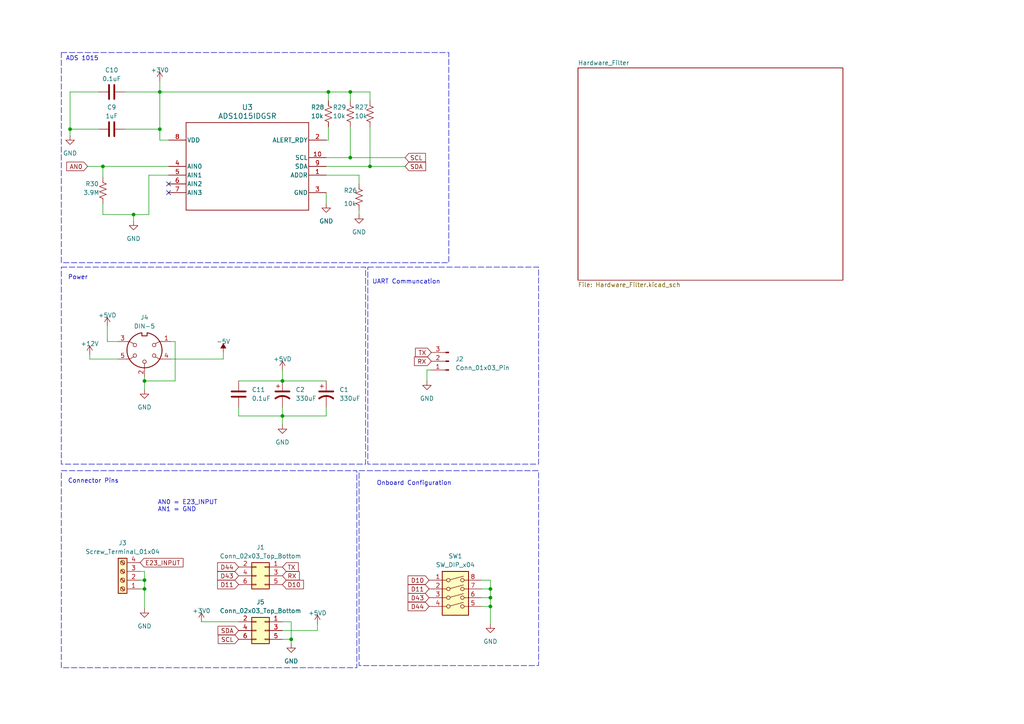
<source format=kicad_sch>
(kicad_sch (version 20231120) (generator "eeschema") (generator_version "8.0")
  (paper "A4")
  (title_block (title "Monitoring System (Bottom Board)") (date "2024-02-24") (rev "C1.04") (company "Secured Solutions Group"))
  (lib_symbols
    (symbol "Connector:Conn_01x03_Pin" (pin_names (offset 1.016) hide)
      (property "Reference" "J" (at 0 5.08 0))
      (property "Value" "Conn_01x03_Pin" (at 0 -5.08 0))
      (symbol "Conn_01x03_Pin_1_1"
        (polyline (pts (xy 1.27 -2.54) (xy 0.8636 -2.54)) (stroke (width 0.1524)))
        (polyline (pts (xy 1.27 0) (xy 0.8636 0)) (stroke (width 0.1524)))
        (polyline (pts (xy 1.27 2.54) (xy 0.8636 2.54)) (stroke (width 0.1524)))
        (rectangle (start 0.8636 -2.413) (end 0 -2.667) (stroke (width 0.1524)) (fill (type outline)))
        (rectangle (start 0.8636 0.127) (end 0 -0.127) (stroke (width 0.1524)) (fill (type outline)))
        (rectangle (start 0.8636 2.667) (end 0 2.413) (stroke (width 0.1524)) (fill (type outline)))
        (pin passive line (at 5.08 2.54 180) (length 3.81) (name "Pin_1") (number "1"))
        (pin passive line (at 5.08 0 180) (length 3.81) (name "Pin_2") (number "2"))
        (pin passive line (at 5.08 -2.54 180) (length 3.81) (name "Pin_3") (number "3"))
      )
    )
    (symbol "Connector:DIN-5" (pin_names (offset 1.016))
      (property "Reference" "J5" (at -0.0001 9.525 0))
      (property "Value" "DIN-5" (at -0.0001 6.985 0))
      (symbol "DIN-5_0_1"
        (arc (start -5.08 0) (mid -3.8609 -3.3364) (end -0.762 -5.08) (stroke (width 0.254)))
        (circle (center -2.794 -1.524) (radius 0.508))
        (circle (center -2.794 1.524) (radius 0.508))
        (polyline (pts (xy 0 5.08) (xy 0 3.81)))
        (polyline (pts (xy -5.08 -2.54) (xy -4.318 -2.54) (xy -3.175 -1.905)))
        (polyline (pts (xy -5.08 2.54) (xy -4.318 2.54) (xy -3.175 1.905)))
        (polyline (pts (xy 5.08 -2.54) (xy 4.318 -2.54) (xy 3.175 -1.905)))
        (polyline (pts (xy 5.08 2.54) (xy 4.318 2.54) (xy 3.175 1.905)))
        (polyline (pts (xy -0.762 -4.953) (xy -0.762 -4.191) (xy 0.762 -4.191) (xy 0.762 -4.953)) (stroke (width 0.254)))
        (circle (center 0 3.302) (radius 0.508))
        (arc (start 0.762 -5.08) (mid 3.8685 -3.343) (end 5.08 0) (stroke (width 0.254)))
        (circle (center 2.794 -1.524) (radius 0.508))
        (circle (center 2.794 1.524) (radius 0.508))
        (arc (start 5.08 0) (mid 0 5.0579) (end -5.08 0) (stroke (width 0.254)))
      )
      (symbol "DIN-5_1_1"
        (pin passive line (at -7.62 -2.54 0) (length 2.54) (name "~") (number "1"))
        (pin passive line (at 0 7.62 270) (length 2.54) (name "~") (number "2"))
        (pin passive line (at 7.62 -2.54 180) (length 2.54) (name "~") (number "3"))
        (pin passive line (at -7.62 2.54 0) (length 2.54) (name "~") (number "4"))
        (pin passive line (at 7.62 2.54 180) (length 2.54) (name "~") (number "5"))
      )
    )
    (symbol "Connector:Screw_Terminal_01x04" (pin_names (offset 1.016) hide)
      (property "Reference" "J" (at 0 5.08 0))
      (property "Value" "Screw_Terminal_01x04" (at 0 -7.62 0))
      (symbol "Screw_Terminal_01x04_1_1"
        (rectangle (start -1.27 3.81) (end 1.27 -6.35) (stroke (width 0.254)) (fill (type background)))
        (circle (center 0 -5.08) (radius 0.635) (stroke (width 0.1524)))
        (circle (center 0 -2.54) (radius 0.635) (stroke (width 0.1524)))
        (polyline (pts (xy -0.5334 -4.7498) (xy 0.3302 -5.588)) (stroke (width 0.1524)))
        (polyline (pts (xy -0.5334 -2.2098) (xy 0.3302 -3.048)) (stroke (width 0.1524)))
        (polyline (pts (xy -0.5334 0.3302) (xy 0.3302 -0.508)) (stroke (width 0.1524)))
        (polyline (pts (xy -0.5334 2.8702) (xy 0.3302 2.032)) (stroke (width 0.1524)))
        (polyline (pts (xy -0.3556 -4.572) (xy 0.508 -5.4102)) (stroke (width 0.1524)))
        (polyline (pts (xy -0.3556 -2.032) (xy 0.508 -2.8702)) (stroke (width 0.1524)))
        (polyline (pts (xy -0.3556 0.508) (xy 0.508 -0.3302)) (stroke (width 0.1524)))
        (polyline (pts (xy -0.3556 3.048) (xy 0.508 2.2098)) (stroke (width 0.1524)))
        (circle (center 0 0) (radius 0.635) (stroke (width 0.1524)))
        (circle (center 0 2.54) (radius 0.635) (stroke (width 0.1524)))
        (pin passive line (at -5.08 2.54 0) (length 3.81) (name "Pin_1") (number "1"))
        (pin passive line (at -5.08 0 0) (length 3.81) (name "Pin_2") (number "2"))
        (pin passive line (at -5.08 -2.54 0) (length 3.81) (name "Pin_3") (number "3"))
        (pin passive line (at -5.08 -5.08 0) (length 3.81) (name "Pin_4") (number "4"))
      )
    )
    (symbol "Connector_Generic:Conn_02x03_Odd_Even" (pin_names (offset 1.016) hide)
      (property "Reference" "J" (at 1.27 5.08 0))
      (property "Value" "Conn_02x03_Odd_Even" (at 1.27 -5.08 0))
      (symbol "Conn_02x03_Odd_Even_1_1"
        (rectangle (start -1.27 -2.413) (end 0 -2.667) (stroke (width 0.1524)))
        (rectangle (start -1.27 0.127) (end 0 -0.127) (stroke (width 0.1524)))
        (rectangle (start -1.27 2.667) (end 0 2.413) (stroke (width 0.1524)))
        (rectangle (start -1.27 3.81) (end 3.81 -3.81) (stroke (width 0.254)) (fill (type background)))
        (rectangle (start 3.81 -2.413) (end 2.54 -2.667) (stroke (width 0.1524)))
        (rectangle (start 3.81 0.127) (end 2.54 -0.127) (stroke (width 0.1524)))
        (rectangle (start 3.81 2.667) (end 2.54 2.413) (stroke (width 0.1524)))
        (pin passive line (at -5.08 2.54 0) (length 3.81) (name "Pin_1") (number "1"))
        (pin passive line (at 7.62 2.54 180) (length 3.81) (name "Pin_2") (number "2"))
        (pin passive line (at -5.08 0 0) (length 3.81) (name "Pin_3") (number "3"))
        (pin passive line (at 7.62 0 180) (length 3.81) (name "Pin_4") (number "4"))
        (pin passive line (at -5.08 -2.54 0) (length 3.81) (name "Pin_5") (number "5"))
        (pin passive line (at 7.62 -2.54 180) (length 3.81) (name "Pin_6") (number "6"))
      )
    )
    (symbol "Device:C" (pin_numbers hide) (pin_names (offset 0.254))
      (property "Reference" "C" (at 0.635 2.54 0))
      (property "Value" "C" (at 0.635 -2.54 0))
      (symbol "C_0_1"
        (polyline (pts (xy -2.032 -0.762) (xy 2.032 -0.762)) (stroke (width 0.508)))
        (polyline (pts (xy -2.032 0.762) (xy 2.032 0.762)) (stroke (width 0.508)))
      )
      (symbol "C_1_1"
        (pin passive line (at 0 3.81 270) (length 2.794) (name "~") (number "1"))
        (pin passive line (at 0 -3.81 90) (length 2.794) (name "~") (number "2"))
      )
    )
    (symbol "Device:C_Polarized_US" (pin_numbers hide) (pin_names (offset 0.254) hide)
      (property "Reference" "C" (at 0.635 2.54 0))
      (property "Value" "C_Polarized_US" (at 0.635 -2.54 0))
      (symbol "C_Polarized_US_0_1"
        (polyline (pts (xy -2.032 0.762) (xy 2.032 0.762)) (stroke (width 0.508)))
        (polyline (pts (xy -1.778 2.286) (xy -0.762 2.286)))
        (polyline (pts (xy -1.27 1.778) (xy -1.27 2.794)))
        (arc (start 2.032 -1.27) (mid 0 -0.5572) (end -2.032 -1.27) (stroke (width 0.508)))
      )
      (symbol "C_Polarized_US_1_1"
        (pin passive line (at 0 3.81 270) (length 2.794) (name "~") (number "1"))
        (pin passive line (at 0 -3.81 90) (length 3.302) (name "~") (number "2"))
      )
    )
    (symbol "Device:R_US" (pin_numbers hide) (pin_names (offset 0))
      (property "Reference" "R" (at 2.54 0 90))
      (property "Value" "R_US" (at -2.54 0 90))
      (symbol "R_US_0_1"
        (polyline (pts (xy 0 -2.286) (xy 0 -2.54)))
        (polyline (pts (xy 0 2.286) (xy 0 2.54)))
        (polyline (pts (xy 0 -0.762) (xy 1.016 -1.143) (xy 0 -1.524) (xy -1.016 -1.905) (xy 0 -2.286)))
        (polyline (pts (xy 0 0.762) (xy 1.016 0.381) (xy 0 0) (xy -1.016 -0.381) (xy 0 -0.762)))
        (polyline (pts (xy 0 2.286) (xy 1.016 1.905) (xy 0 1.524) (xy -1.016 1.143) (xy 0 0.762)))
      )
      (symbol "R_US_1_1"
        (pin passive line (at 0 3.81 270) (length 1.27) (name "~") (number "1"))
        (pin passive line (at 0 -3.81 90) (length 1.27) (name "~") (number "2"))
      )
    )
    (symbol "Switch:SW_DIP_x04" (pin_names (offset 0) hide)
      (property "Reference" "SW" (at 0 8.89 0))
      (property "Value" "SW_DIP_x04" (at 0 -6.35 0))
      (symbol "SW_DIP_x04_0_0"
        (circle (center -2.032 -2.54) (radius 0.508))
        (circle (center -2.032 0) (radius 0.508))
        (circle (center -2.032 2.54) (radius 0.508))
        (circle (center -2.032 5.08) (radius 0.508))
        (polyline (pts (xy -1.524 -2.3876) (xy 2.3622 -1.3462)))
        (polyline (pts (xy -1.524 0.127) (xy 2.3622 1.1684)))
        (polyline (pts (xy -1.524 2.667) (xy 2.3622 3.7084)))
        (polyline (pts (xy -1.524 5.207) (xy 2.3622 6.2484)))
        (circle (center 2.032 -2.54) (radius 0.508))
        (circle (center 2.032 0) (radius 0.508))
        (circle (center 2.032 2.54) (radius 0.508))
        (circle (center 2.032 5.08) (radius 0.508))
      )
      (symbol "SW_DIP_x04_0_1"
        (rectangle (start -3.81 7.62) (end 3.81 -5.08) (stroke (width 0.254)) (fill (type background)))
      )
      (symbol "SW_DIP_x04_1_1"
        (pin passive line (at -7.62 5.08 0) (length 5.08) (name "~") (number "1"))
        (pin passive line (at -7.62 2.54 0) (length 5.08) (name "~") (number "2"))
        (pin passive line (at -7.62 0 0) (length 5.08) (name "~") (number "3"))
        (pin passive line (at -7.62 -2.54 0) (length 5.08) (name "~") (number "4"))
        (pin passive line (at 7.62 -2.54 180) (length 5.08) (name "~") (number "5"))
        (pin passive line (at 7.62 0 180) (length 5.08) (name "~") (number "6"))
        (pin passive line (at 7.62 2.54 180) (length 5.08) (name "~") (number "7"))
        (pin passive line (at 7.62 5.08 180) (length 5.08) (name "~") (number "8"))
      )
    )
    (symbol "ads1015:ADS1015IDGSR" (pin_names (offset 0.254))
      (property "Reference" "U" (at 0 2.54 0))
      (property "Value" "ADS1015IDGSR" (at 0 0 0))
      (symbol "ADS1015IDGSR_0_1"
        (polyline (pts (xy -17.78 -12.7) (xy 17.78 -12.7)) (stroke (width 0.2032)))
        (polyline (pts (xy -17.78 12.7) (xy -17.78 -12.7)) (stroke (width 0.2032)))
        (polyline (pts (xy 17.78 -12.7) (xy 17.78 12.7)) (stroke (width 0.2032)))
        (polyline (pts (xy 17.78 12.7) (xy -17.78 12.7)) (stroke (width 0.2032)))
        (pin input line (at 22.86 -2.54 180) (length 5.08) (name "ADDR") (number "1"))
        (pin input line (at 22.86 2.54 180) (length 5.08) (name "SCL") (number "10"))
        (pin output line (at 22.86 7.62 180) (length 5.08) (name "ALERT_RDY") (number "2"))
        (pin power_in line (at 22.86 -7.62 180) (length 5.08) (name "GND") (number "3"))
        (pin input line (at -22.86 0 0) (length 5.08) (name "AIN0") (number "4"))
        (pin input line (at -22.86 -2.54 0) (length 5.08) (name "AIN1") (number "5"))
        (pin input line (at -22.86 -5.08 0) (length 5.08) (name "AIN2") (number "6"))
        (pin input line (at -22.86 -7.62 0) (length 5.08) (name "AIN3") (number "7"))
        (pin power_in line (at -22.86 7.62 0) (length 5.08) (name "VDD") (number "8"))
        (pin bidirectional line (at 22.86 0 180) (length 5.08) (name "SDA") (number "9"))
      )
    )
    (symbol "power:+12V" (power) (pin_names (offset 0))
      (property "Value" "+12V" (at 0 3.556 0))
      (symbol "+12V_0_1"
        (polyline (pts (xy -0.762 1.27) (xy 0 2.54)))
        (polyline (pts (xy 0 0) (xy 0 2.54)))
        (polyline (pts (xy 0 2.54) (xy 0.762 1.27)))
      )
      (symbol "+12V_1_1"
        (pin power_in line (at 0 0 90) (length 0) hide (name "+12V") (number "1"))
      )
    )
    (symbol "power:+3V0" (power) (pin_names (offset 0))
      (property "Value" "+3V0" (at 0 3.556 0))
      (symbol "+3V0_0_1"
        (polyline (pts (xy -0.762 1.27) (xy 0 2.54)))
        (polyline (pts (xy 0 0) (xy 0 2.54)))
        (polyline (pts (xy 0 2.54) (xy 0.762 1.27)))
      )
      (symbol "+3V0_1_1"
        (pin power_in line (at 0 0 90) (length 0) hide (name "+3V0") (number "1"))
      )
    )
    (symbol "power:+5VD" (power) (pin_names (offset 0))
      (property "Value" "+5VD" (at 0 3.556 0))
      (symbol "+5VD_0_1"
        (polyline (pts (xy -0.762 1.27) (xy 0 2.54)))
        (polyline (pts (xy 0 0) (xy 0 2.54)))
        (polyline (pts (xy 0 2.54) (xy 0.762 1.27)))
      )
      (symbol "+5VD_1_1"
        (pin power_in line (at 0 0 90) (length 0) hide (name "+5VD") (number "1"))
      )
    )
    (symbol "power:-5V" (power) (pin_names (offset 0))
      (property "Value" "-5V" (at 0 3.81 0))
      (symbol "-5V_0_0"
        (pin power_in line (at 0 0 90) (length 0) hide (name "-5V") (number "1"))
      )
      (symbol "-5V_0_1"
        (polyline (pts (xy 0 0) (xy 0 1.27) (xy 0.762 1.27) (xy 0 2.54) (xy -0.762 1.27) (xy 0 1.27)) (fill (type outline)))
      )
    )
    (symbol "power:GND" (power) (pin_names (offset 0))
      (property "Value" "GND" (at 0 -3.81 0))
      (symbol "GND_0_1"
        (polyline (pts (xy 0 0) (xy 0 -1.27) (xy 1.27 -1.27) (xy 0 -2.54) (xy -1.27 -1.27) (xy 0 -1.27)))
      )
      (symbol "GND_1_1"
        (pin power_in line (at 0 0 270) (length 0) hide (name "GND") (number "1"))
      )
    )
  )
  (junction (at 81.915 120.65))
  (junction (at 95.25 26.67))
  (junction (at 41.91 110.49))
  (junction (at 41.91 168.275))
  (junction (at 142.24 173.355))
  (junction (at 142.24 170.815))
  (junction (at 20.32 37.465))
  (junction (at 38.735 62.23))
  (junction (at 101.6 26.67))
  (junction (at 142.24 175.895))
  (junction (at 84.455 185.42))
  (junction (at 29.845 48.26))
  (junction (at 41.91 170.815))
  (junction (at 46.355 26.67))
  (junction (at 101.6 45.72))
  (junction (at 107.315 48.26))
  (junction (at 81.915 110.49))
  (junction (at 46.355 37.465))
  (no_connect (at 48.895 53.34))
  (no_connect (at 48.895 55.88))
  (wire (pts (xy 41.91 170.815) (xy 41.91 176.53)))
  (wire (pts (xy 29.845 62.23) (xy 38.735 62.23)))
  (wire (pts (xy 94.615 45.72) (xy 101.6 45.72)))
  (wire (pts (xy 41.91 113.03) (xy 41.91 110.49)))
  (wire (pts (xy 49.53 99.06) (xy 50.8 99.06)))
  (wire (pts (xy 95.25 36.83) (xy 95.25 40.64)))
  (wire (pts (xy 31.115 99.06) (xy 34.29 99.06)))
  (wire (pts (xy 43.18 50.8) (xy 43.18 62.23)))
  (wire (pts (xy 69.215 120.65) (xy 81.915 120.65)))
  (wire (pts (xy 20.32 26.67) (xy 20.32 37.465)))
  (wire (pts (xy 142.24 168.275) (xy 139.7 168.275)))
  (wire (pts (xy 69.215 110.49) (xy 81.915 110.49)))
  (wire (pts (xy 95.25 26.67) (xy 101.6 26.67)))
  (wire (pts (xy 107.315 36.83) (xy 107.315 48.26)))
  (wire (pts (xy 41.91 168.275) (xy 40.64 168.275)))
  (wire (pts (xy 26.035 104.14) (xy 34.29 104.14)))
  (wire (pts (xy 84.455 180.34) (xy 84.455 185.42)))
  (wire (pts (xy 142.24 170.815) (xy 142.24 168.275)))
  (wire (pts (xy 81.915 123.19) (xy 81.915 120.65)))
  (wire (pts (xy 84.455 185.42) (xy 81.915 185.42)))
  (wire (pts (xy 46.355 26.67) (xy 46.355 37.465)))
  (wire (pts (xy 46.355 37.465) (xy 46.355 40.64)))
  (wire (pts (xy 69.215 118.11) (xy 69.215 120.65)))
  (wire (pts (xy 40.64 165.735) (xy 41.91 165.735)))
  (wire (pts (xy 29.845 51.435) (xy 29.845 48.26)))
  (wire (pts (xy 38.735 62.23) (xy 38.735 64.135)))
  (wire (pts (xy 101.6 36.83) (xy 101.6 45.72)))
  (wire (pts (xy 139.7 173.355) (xy 142.24 173.355)))
  (wire (pts (xy 101.6 29.21) (xy 101.6 26.67)))
  (wire (pts (xy 29.845 48.26) (xy 48.895 48.26)))
  (wire (pts (xy 81.915 107.315) (xy 81.915 110.49)))
  (wire (pts (xy 64.77 102.235) (xy 64.77 104.14)))
  (wire (pts (xy 142.24 173.355) (xy 142.24 170.815)))
  (wire (pts (xy 104.14 62.23) (xy 104.14 60.96)))
  (wire (pts (xy 94.615 55.88) (xy 94.615 59.055)))
  (wire (pts (xy 142.24 175.895) (xy 142.24 173.355)))
  (wire (pts (xy 46.355 40.64) (xy 48.895 40.64)))
  (wire (pts (xy 58.42 180.34) (xy 69.215 180.34)))
  (wire (pts (xy 36.195 37.465) (xy 46.355 37.465)))
  (wire (pts (xy 41.91 165.735) (xy 41.91 168.275)))
  (wire (pts (xy 64.77 104.14) (xy 49.53 104.14)))
  (wire (pts (xy 104.14 50.8) (xy 104.14 53.34)))
  (wire (pts (xy 94.615 40.64) (xy 95.25 40.64)))
  (wire (pts (xy 94.615 120.65) (xy 81.915 120.65)))
  (wire (pts (xy 28.575 37.465) (xy 20.32 37.465)))
  (wire (pts (xy 139.7 170.815) (xy 142.24 170.815)))
  (wire (pts (xy 46.355 23.495) (xy 46.355 26.67)))
  (wire (pts (xy 50.8 110.49) (xy 41.91 110.49)))
  (wire (pts (xy 40.64 170.815) (xy 41.91 170.815)))
  (wire (pts (xy 26.035 102.87) (xy 26.035 104.14)))
  (wire (pts (xy 94.615 110.49) (xy 81.915 110.49)))
  (wire (pts (xy 94.615 48.26) (xy 107.315 48.26)))
  (wire (pts (xy 20.32 37.465) (xy 20.32 39.37)))
  (wire (pts (xy 36.195 26.67) (xy 46.355 26.67)))
  (wire (pts (xy 25.4 48.26) (xy 29.845 48.26)))
  (wire (pts (xy 46.355 26.67) (xy 95.25 26.67)))
  (wire (pts (xy 28.575 26.67) (xy 20.32 26.67)))
  (wire (pts (xy 142.24 180.975) (xy 142.24 175.895)))
  (wire (pts (xy 41.91 110.49) (xy 41.91 109.22)))
  (wire (pts (xy 81.915 182.88) (xy 92.075 182.88)))
  (wire (pts (xy 81.915 180.34) (xy 84.455 180.34)))
  (wire (pts (xy 41.91 170.815) (xy 41.91 168.275)))
  (wire (pts (xy 95.25 26.67) (xy 95.25 29.21)))
  (wire (pts (xy 31.115 94.615) (xy 31.115 99.06)))
  (wire (pts (xy 92.075 182.88) (xy 92.075 180.975)))
  (wire (pts (xy 123.825 107.315) (xy 125.095 107.315)))
  (wire (pts (xy 101.6 26.67) (xy 107.315 26.67)))
  (wire (pts (xy 50.8 99.06) (xy 50.8 110.49)))
  (wire (pts (xy 84.455 186.69) (xy 84.455 185.42)))
  (wire (pts (xy 101.6 45.72) (xy 117.475 45.72)))
  (wire (pts (xy 123.825 110.49) (xy 123.825 107.315)))
  (wire (pts (xy 94.615 118.11) (xy 94.615 120.65)))
  (wire (pts (xy 48.895 50.8) (xy 43.18 50.8)))
  (wire (pts (xy 81.915 120.65) (xy 81.915 118.11)))
  (wire (pts (xy 139.7 175.895) (xy 142.24 175.895)))
  (wire (pts (xy 94.615 50.8) (xy 104.14 50.8)))
  (wire (pts (xy 38.735 62.23) (xy 43.18 62.23)))
  (wire (pts (xy 107.315 48.26) (xy 117.475 48.26)))
  (wire (pts (xy 107.315 29.21) (xy 107.315 26.67)))
  (wire (pts (xy 29.845 59.055) (xy 29.845 62.23)))
  (rectangle (start 17.78 136.525) (end 103.505 193.675) (stroke (width 0) (type dash)))
  (rectangle (start 17.78 77.47) (end 106.045 134.62) (stroke (width 0) (type dash)))
  (rectangle (start 17.78 15.24) (end 130.175 76.2) (stroke (width 0) (type dash)))
  (rectangle (start 106.68 77.47) (end 156.21 134.62) (stroke (width 0) (type dash)))
  (rectangle (start 104.14 136.525) (end 156.21 193.04) (stroke (width 0) (type dash)))
  (text "Connector Pins" (at 19.685 140.335 0) (effects (font (size 1.27 1.27)) (justify left bottom)))
  (text "AN0 = E23_INPUT\nAN1 = GND" (at 45.72 148.59 0) (effects (font (size 1.27 1.27)) (justify left bottom)))
  (text "Power" (at 19.685 81.28 0) (effects (font (size 1.27 1.27)) (justify left bottom)))
  (text "Onboard Configuration" (at 109.22 140.97 0) (effects (font (size 1.27 1.27)) (justify left bottom)))
  (text "ADS 1015" (at 19.05 17.78 0) (effects (font (size 1.27 1.27)) (justify left bottom)))
  (text "UART Communcation" (at 107.95 82.55 0) (effects (font (size 1.27 1.27)) (justify left bottom)))
  (global_label "D11" (shape input) (at 69.215 169.545 180) (property "Intersheetrefs" "${INTERSHEET_REFS}" (effects (hide yes))))
  (global_label "SCL" (shape input) (at 69.215 185.42 180) (property "Intersheetrefs" "${INTERSHEET_REFS}" (effects (hide yes))))
  (global_label "SDA" (shape input) (at 117.475 48.26 0) (property "Intersheetrefs" "${INTERSHEET_REFS}" (effects (hide yes))))
  (global_label "D43" (shape input) (at 69.215 167.005 180) (property "Intersheetrefs" "${INTERSHEET_REFS}" (effects (hide yes))))
  (global_label "TX" (shape input) (at 125.095 102.235 180) (property "Intersheetrefs" "${INTERSHEET_REFS}" (effects (hide yes))))
  (global_label "E23_INPUT" (shape input) (at 40.64 163.195 0) (property "Intersheetrefs" "${INTERSHEET_REFS}" (effects (hide yes))))
  (global_label "SDA" (shape input) (at 69.215 182.88 180) (property "Intersheetrefs" "${INTERSHEET_REFS}" (effects (hide yes))))
  (global_label "RX" (shape input) (at 81.915 167.005 0) (property "Intersheetrefs" "${INTERSHEET_REFS}" (effects (hide yes))))
  (global_label "D10" (shape input) (at 124.46 168.275 180) (property "Intersheetrefs" "${INTERSHEET_REFS}" (effects (hide yes))))
  (global_label "D10" (shape input) (at 81.915 169.545 0) (property "Intersheetrefs" "${INTERSHEET_REFS}" (effects (hide yes))))
  (global_label "D44" (shape input) (at 124.46 175.895 180) (property "Intersheetrefs" "${INTERSHEET_REFS}" (effects (hide yes))))
  (global_label "D11" (shape input) (at 124.46 170.815 180) (property "Intersheetrefs" "${INTERSHEET_REFS}" (effects (hide yes))))
  (global_label "SCL" (shape input) (at 117.475 45.72 0) (property "Intersheetrefs" "${INTERSHEET_REFS}" (effects (hide yes))))
  (global_label "RX" (shape input) (at 125.095 104.775 180) (property "Intersheetrefs" "${INTERSHEET_REFS}" (effects (hide yes))))
  (global_label "AN0" (shape input) (at 25.4 48.26 180) (property "Intersheetrefs" "${INTERSHEET_REFS}" (effects (hide yes))))
  (global_label "D44" (shape input) (at 69.215 164.465 180) (property "Intersheetrefs" "${INTERSHEET_REFS}" (effects (hide yes))))
  (global_label "D43" (shape input) (at 124.46 173.355 180) (property "Intersheetrefs" "${INTERSHEET_REFS}" (effects (hide yes))))
  (global_label "TX" (shape input) (at 81.915 164.465 0) (property "Intersheetrefs" "${INTERSHEET_REFS}" (effects (hide yes))))
  (symbol (lib_id "Connector:Screw_Terminal_01x04") (at 35.56 168.275 180) (unit 1)
    (property "Reference" "J3" (at 35.56 157.48 0))
    (property "Value" "Screw_Terminal_01x04" (at 35.56 160.02 0))
    (property "Footprint" "bot_lib:Terminal_Strip_4_Pin" (effects (hide yes)))
  )
  (symbol (lib_id "Connector_Generic:Conn_02x03_Odd_Even") (at 76.835 182.88 0) (mirror y) (unit 1)
    (property "Reference" "J5" (at 75.565 174.625 0))
    (property "Value" "Conn_02x03_Top_Bottom" (at 75.565 177.165 0))
    (property "Footprint" "bot_lib:PinSocket_2x03_P2.54mm_Vertical" (effects (hide yes)))
  )
  (symbol (lib_id "Device:C_Polarized_US") (at 94.615 114.3 0) (unit 1)
    (property "Reference" "C1" (at 98.425 113.03 0) (effects (justify left)))
    (property "Value" "330uF" (at 98.425 115.57 0) (effects (justify left)))
    (property "Footprint" "Capacitor_THT:CP_Radial_D10.0mm_P5.00mm" (effects (hide yes)))
  )
  (symbol (lib_id "Device:R_US") (at 29.845 55.245 0) (unit 1)
    (property "Reference" "R30" (at 24.765 53.34 0) (effects (justify left)))
    (property "Value" "3.9M" (at 24.13 55.88 0) (effects (justify left)))
    (property "Footprint" "Resistor_SMD:R_0603_1608Metric" (effects (hide yes)))
  )
  (symbol (lib_id "power:GND") (at 104.14 62.23 0) (unit 1)
    (property "Reference" "#PWR015" (effects (hide yes)))
    (property "Value" "GND" (at 104.14 67.31 0))
  )
  (symbol (lib_id "power:GND") (at 38.735 64.135 0) (unit 1)
    (property "Reference" "#PWR04" (effects (hide yes)))
    (property "Value" "GND" (at 38.735 69.215 0))
  )
  (symbol (lib_id "Device:C") (at 32.385 37.465 90) (unit 1)
    (property "Reference" "C9" (at 32.385 31.115 90))
    (property "Value" "1uF" (at 32.385 33.655 90))
    (property "Footprint" "Capacitor_SMD:C_0603_1608Metric" (effects (hide yes)))
  )
  (symbol (lib_id "ads1015:ADS1015IDGSR") (at 71.755 48.26 0) (unit 1)
    (property "Reference" "U3" (at 71.755 31.115 0) (effects (font (size 1.524 1.524))))
    (property "Value" "ADS1015IDGSR" (at 71.755 33.655 0) (effects (font (size 1.524 1.524))))
    (property "Footprint" "bot_lib:DGS0010A_N" (effects (hide yes)))
    (property "Datasheet" "ADS1015IDGSR" (effects (hide yes)))
  )
  (symbol (lib_id "power:+5VD") (at 81.915 107.315 0) (unit 1)
    (property "Reference" "#PWR010" (effects (hide yes)))
    (property "Value" "+5VD" (at 81.915 104.14 0))
  )
  (symbol (lib_id "Switch:SW_DIP_x04") (at 132.08 173.355 0) (unit 1)
    (property "Reference" "SW1" (at 132.08 161.29 0))
    (property "Value" "SW_DIP_x04" (at 132.08 163.83 0))
    (property "Footprint" "Button_Switch_THT:SW_DIP_SPSTx04_Slide_9.78x12.34mm_W7.62mm_P2.54mm" (effects (hide yes)))
  )
  (symbol (lib_id "power:GND") (at 123.825 110.49 0) (unit 1)
    (property "Reference" "#PWR016" (effects (hide yes)))
    (property "Value" "GND" (at 123.825 115.57 0))
  )
  (symbol (lib_id "power:+3V0") (at 58.42 180.34 0) (unit 1)
    (property "Reference" "#PWR08" (effects (hide yes)))
    (property "Value" "+3V0" (at 58.42 177.165 0))
  )
  (symbol (lib_id "power:GND") (at 41.91 176.53 0) (unit 1)
    (property "Reference" "#PWR06" (effects (hide yes)))
    (property "Value" "GND" (at 41.91 181.61 0))
  )
  (symbol (lib_id "Connector_Generic:Conn_02x03_Odd_Even") (at 76.835 167.005 0) (mirror y) (unit 1)
    (property "Reference" "J1" (at 75.565 158.75 0))
    (property "Value" "Conn_02x03_Top_Bottom" (at 75.565 161.29 0))
    (property "Footprint" "bot_lib:PinSocket_2x03_P2.54mm_Vertical" (effects (hide yes)))
  )
  (symbol (lib_id "Device:R_US") (at 95.25 33.02 0) (unit 1)
    (property "Reference" "R28" (at 90.17 31.115 0) (effects (justify left)))
    (property "Value" "10k" (at 90.17 33.655 0) (effects (justify left)))
    (property "Footprint" "Resistor_SMD:R_0603_1608Metric" (effects (hide yes)))
  )
  (symbol (lib_id "power:GND") (at 142.24 180.975 0) (unit 1)
    (property "Reference" "#PWR017" (effects (hide yes)))
    (property "Value" "GND" (at 142.24 186.055 0))
  )
  (symbol (lib_id "power:+3V0") (at 46.355 23.495 0) (unit 1)
    (property "Reference" "#PWR07" (effects (hide yes)))
    (property "Value" "+3V0" (at 46.355 20.32 0))
  )
  (symbol (lib_id "Connector:Conn_01x03_Pin") (at 130.175 104.775 180) (unit 1)
    (property "Reference" "J2" (at 132.08 104.14 0) (effects (justify right)))
    (property "Value" "Conn_01x03_Pin" (at 132.08 106.68 0) (effects (justify right)))
    (property "Footprint" "Connector_PinHeader_2.54mm:PinHeader_1x03_P2.54mm_Vertical" (effects (hide yes)))
  )
  (symbol (lib_id "Device:C_Polarized_US") (at 81.915 114.3 0) (unit 1)
    (property "Reference" "C2" (at 85.725 113.03 0) (effects (justify left)))
    (property "Value" "330uF" (at 85.725 115.57 0) (effects (justify left)))
    (property "Footprint" "Capacitor_THT:CP_Radial_D10.0mm_P5.00mm" (effects (hide yes)))
  )
  (symbol (lib_id "power:+12V") (at 26.035 102.87 0) (unit 1)
    (property "Reference" "#PWR02" (effects (hide yes)))
    (property "Value" "+12V" (at 26.035 99.695 0))
  )
  (symbol (lib_id "Device:R_US") (at 104.14 57.15 0) (unit 1)
    (property "Reference" "R26" (at 99.695 55.245 0) (effects (justify left)))
    (property "Value" "10k" (at 99.695 59.055 0) (effects (justify left)))
    (property "Footprint" "Resistor_SMD:R_0603_1608Metric" (effects (hide yes)))
  )
  (symbol (lib_id "power:GND") (at 84.455 186.69 0) (unit 1)
    (property "Reference" "#PWR012" (effects (hide yes)))
    (property "Value" "GND" (at 84.455 191.77 0))
  )
  (symbol (lib_id "Device:C") (at 69.215 114.3 0) (unit 1)
    (property "Reference" "C11" (at 73.025 113.03 0) (effects (justify left)))
    (property "Value" "0.1uF" (at 73.025 115.57 0) (effects (justify left)))
    (property "Footprint" "Capacitor_SMD:C_0603_1608Metric" (effects (hide yes)))
  )
  (symbol (lib_id "power:GND") (at 41.91 113.03 0) (unit 1)
    (property "Reference" "#PWR05" (effects (hide yes)))
    (property "Value" "GND" (at 41.91 118.11 0))
  )
  (symbol (lib_id "power:GND") (at 20.32 39.37 0) (unit 1)
    (property "Reference" "#PWR01" (effects (hide yes)))
    (property "Value" "GND" (at 20.32 44.45 0))
  )
  (symbol (lib_id "Device:C") (at 32.385 26.67 90) (unit 1)
    (property "Reference" "C10" (at 32.385 20.32 90))
    (property "Value" "0.1uF" (at 32.385 22.86 90))
    (property "Footprint" "Capacitor_SMD:C_0603_1608Metric" (effects (hide yes)))
  )
  (symbol (lib_id "Device:R_US") (at 107.315 33.02 0) (unit 1)
    (property "Reference" "R27" (at 102.87 31.115 0) (effects (justify left)))
    (property "Value" "10k" (at 102.87 33.655 0) (effects (justify left)))
    (property "Footprint" "Resistor_SMD:R_0603_1608Metric" (effects (hide yes)))
  )
  (symbol (lib_id "Connector:DIN-5") (at 41.91 101.6 180) (unit 1)
    (property "Reference" "J4" (at 41.9099 92.075 0))
    (property "Value" "DIN-5" (at 41.9099 94.615 0))
    (property "Footprint" "bot_lib:DIN_5_PIN" (effects (hide yes)))
    (property "Datasheet" "http://www.mouser.com/ds/2/18/40_c091_abd_e-75918.pdf" (effects (hide yes)))
  )
  (symbol (lib_id "power:+5VD") (at 92.075 180.975 0) (unit 1)
    (property "Reference" "#PWR013" (effects (hide yes)))
    (property "Value" "+5VD" (at 92.075 177.8 0))
  )
  (symbol (lib_id "power:GND") (at 81.915 123.19 0) (unit 1)
    (property "Reference" "#PWR011" (effects (hide yes)))
    (property "Value" "GND" (at 81.915 128.27 0))
  )
  (symbol (lib_id "power:-5V") (at 64.77 102.235 0) (unit 1)
    (property "Reference" "#PWR09" (effects (hide yes)))
    (property "Value" "-5V" (at 64.77 99.06 0))
  )
  (symbol (lib_id "Device:R_US") (at 101.6 33.02 0) (unit 1)
    (property "Reference" "R29" (at 96.52 31.115 0) (effects (justify left)))
    (property "Value" "10k" (at 96.52 33.655 0) (effects (justify left)))
    (property "Footprint" "Resistor_SMD:R_0603_1608Metric" (effects (hide yes)))
  )
  (symbol (lib_id "power:+5VD") (at 31.115 94.615 0) (unit 1)
    (property "Reference" "#PWR03" (effects (hide yes)))
    (property "Value" "+5VD" (at 31.115 91.44 0))
  )
  (symbol (lib_id "power:GND") (at 94.615 59.055 0) (unit 1)
    (property "Reference" "#PWR014" (effects (hide yes)))
    (property "Value" "GND" (at 94.615 64.135 0))
  )
  (sheet (at 167.64 19.685) (size 76.835 61.595) (stroke (width 0.1524))
    (property "Sheetname" "Hardware_Filter" (at 167.64 18.9734 0) (effects (justify left bottom)))
    (property "Sheetfile" "Hardware_Filter.kicad_sch" (at 167.64 81.8646 0) (effects (justify left top)))
  )
)
</source>
